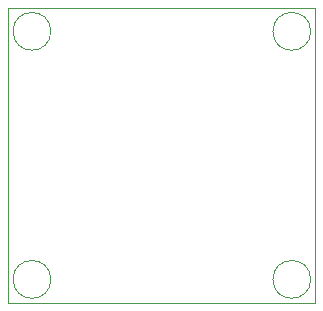
<source format=gbr>
%TF.GenerationSoftware,KiCad,Pcbnew,7.0.2-6a45011f42~172~ubuntu22.04.1*%
%TF.CreationDate,2023-07-12T14:03:09-05:00*%
%TF.ProjectId,Encoder,456e636f-6465-4722-9e6b-696361645f70,rev?*%
%TF.SameCoordinates,Original*%
%TF.FileFunction,Profile,NP*%
%FSLAX46Y46*%
G04 Gerber Fmt 4.6, Leading zero omitted, Abs format (unit mm)*
G04 Created by KiCad (PCBNEW 7.0.2-6a45011f42~172~ubuntu22.04.1) date 2023-07-12 14:03:09*
%MOMM*%
%LPD*%
G01*
G04 APERTURE LIST*
%TA.AperFunction,Profile*%
%ADD10C,0.100000*%
%TD*%
G04 APERTURE END LIST*
D10*
X73600000Y-50000000D02*
G75*
G03*
X73600000Y-50000000I-1600000J0D01*
G01*
X51600000Y-50000000D02*
G75*
G03*
X51600000Y-50000000I-1600000J0D01*
G01*
X48000000Y-48000000D02*
X74000000Y-48000000D01*
X74000000Y-73000000D01*
X48000000Y-73000000D01*
X48000000Y-48000000D01*
X51600000Y-71000000D02*
G75*
G03*
X51600000Y-71000000I-1600000J0D01*
G01*
X73600000Y-71000000D02*
G75*
G03*
X73600000Y-71000000I-1600000J0D01*
G01*
M02*

</source>
